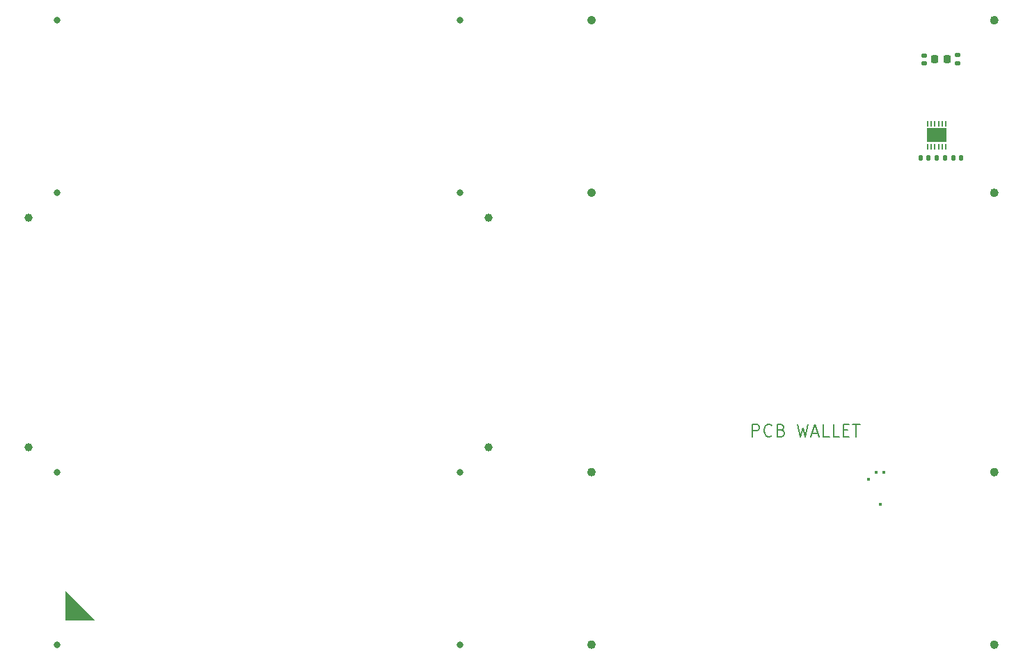
<source format=gbr>
%TF.GenerationSoftware,KiCad,Pcbnew,(6.0.0)*%
%TF.CreationDate,2022-08-13T20:29:40+02:00*%
%TF.ProjectId,PCBWallet,50434257-616c-46c6-9574-2e6b69636164,rev?*%
%TF.SameCoordinates,Original*%
%TF.FileFunction,Soldermask,Top*%
%TF.FilePolarity,Negative*%
%FSLAX46Y46*%
G04 Gerber Fmt 4.6, Leading zero omitted, Abs format (unit mm)*
G04 Created by KiCad (PCBNEW (6.0.0)) date 2022-08-13 20:29:40*
%MOMM*%
%LPD*%
G01*
G04 APERTURE LIST*
G04 Aperture macros list*
%AMRoundRect*
0 Rectangle with rounded corners*
0 $1 Rounding radius*
0 $2 $3 $4 $5 $6 $7 $8 $9 X,Y pos of 4 corners*
0 Add a 4 corners polygon primitive as box body*
4,1,4,$2,$3,$4,$5,$6,$7,$8,$9,$2,$3,0*
0 Add four circle primitives for the rounded corners*
1,1,$1+$1,$2,$3*
1,1,$1+$1,$4,$5*
1,1,$1+$1,$6,$7*
1,1,$1+$1,$8,$9*
0 Add four rect primitives between the rounded corners*
20,1,$1+$1,$2,$3,$4,$5,0*
20,1,$1+$1,$4,$5,$6,$7,0*
20,1,$1+$1,$6,$7,$8,$9,0*
20,1,$1+$1,$8,$9,$2,$3,0*%
G04 Aperture macros list end*
%ADD10C,0.200000*%
%ADD11C,0.550000*%
%ADD12C,0.100000*%
%ADD13C,0.400000*%
%ADD14R,2.380000X1.660000*%
%ADD15R,0.250000X0.700000*%
%ADD16RoundRect,0.135000X0.185000X-0.135000X0.185000X0.135000X-0.185000X0.135000X-0.185000X-0.135000X0*%
%ADD17RoundRect,0.218750X0.218750X0.256250X-0.218750X0.256250X-0.218750X-0.256250X0.218750X-0.256250X0*%
%ADD18RoundRect,0.140000X-0.140000X-0.170000X0.140000X-0.170000X0.140000X0.170000X-0.140000X0.170000X0*%
%ADD19RoundRect,0.140000X0.170000X-0.140000X0.170000X0.140000X-0.170000X0.140000X-0.170000X-0.140000X0*%
%ADD20C,1.000000*%
%ADD21C,0.800000*%
G04 APERTURE END LIST*
D10*
X188571428Y-104678571D02*
X188571428Y-103178571D01*
X189142857Y-103178571D01*
X189285714Y-103250000D01*
X189357142Y-103321428D01*
X189428571Y-103464285D01*
X189428571Y-103678571D01*
X189357142Y-103821428D01*
X189285714Y-103892857D01*
X189142857Y-103964285D01*
X188571428Y-103964285D01*
X190928571Y-104535714D02*
X190857142Y-104607142D01*
X190642857Y-104678571D01*
X190500000Y-104678571D01*
X190285714Y-104607142D01*
X190142857Y-104464285D01*
X190071428Y-104321428D01*
X190000000Y-104035714D01*
X190000000Y-103821428D01*
X190071428Y-103535714D01*
X190142857Y-103392857D01*
X190285714Y-103250000D01*
X190500000Y-103178571D01*
X190642857Y-103178571D01*
X190857142Y-103250000D01*
X190928571Y-103321428D01*
X192071428Y-103892857D02*
X192285714Y-103964285D01*
X192357142Y-104035714D01*
X192428571Y-104178571D01*
X192428571Y-104392857D01*
X192357142Y-104535714D01*
X192285714Y-104607142D01*
X192142857Y-104678571D01*
X191571428Y-104678571D01*
X191571428Y-103178571D01*
X192071428Y-103178571D01*
X192214285Y-103250000D01*
X192285714Y-103321428D01*
X192357142Y-103464285D01*
X192357142Y-103607142D01*
X192285714Y-103750000D01*
X192214285Y-103821428D01*
X192071428Y-103892857D01*
X191571428Y-103892857D01*
X194071428Y-103178571D02*
X194428571Y-104678571D01*
X194714285Y-103607142D01*
X195000000Y-104678571D01*
X195357142Y-103178571D01*
X195857142Y-104250000D02*
X196571428Y-104250000D01*
X195714285Y-104678571D02*
X196214285Y-103178571D01*
X196714285Y-104678571D01*
X197928571Y-104678571D02*
X197214285Y-104678571D01*
X197214285Y-103178571D01*
X199142857Y-104678571D02*
X198428571Y-104678571D01*
X198428571Y-103178571D01*
X199642857Y-103892857D02*
X200142857Y-103892857D01*
X200357142Y-104678571D02*
X199642857Y-104678571D01*
X199642857Y-103178571D01*
X200357142Y-103178571D01*
X200785714Y-103178571D02*
X201642857Y-103178571D01*
X201214285Y-104678571D02*
X201214285Y-103178571D01*
D11*
X218275000Y-75000000D02*
G75*
G03*
X218275000Y-75000000I-275000J0D01*
G01*
X218275000Y-54000000D02*
G75*
G03*
X218275000Y-54000000I-275000J0D01*
G01*
X169275000Y-54000000D02*
G75*
G03*
X169275000Y-54000000I-275000J0D01*
G01*
X169275000Y-75000000D02*
G75*
G03*
X169275000Y-75000000I-275000J0D01*
G01*
X218275000Y-109000000D02*
G75*
G03*
X218275000Y-109000000I-275000J0D01*
G01*
X218275000Y-130000000D02*
G75*
G03*
X218275000Y-130000000I-275000J0D01*
G01*
X169275000Y-130000000D02*
G75*
G03*
X169275000Y-130000000I-275000J0D01*
G01*
X169275000Y-109000000D02*
G75*
G03*
X169275000Y-109000000I-275000J0D01*
G01*
D12*
X108500000Y-127000000D02*
X105000000Y-127000000D01*
X105000000Y-127000000D02*
X105000000Y-123500000D01*
X105000000Y-123500000D02*
X108500000Y-127000000D01*
G36*
X108500000Y-127000000D02*
G01*
X105000000Y-127000000D01*
X105000000Y-123500000D01*
X108500000Y-127000000D01*
G37*
X108500000Y-127000000D02*
X105000000Y-127000000D01*
X105000000Y-123500000D01*
X108500000Y-127000000D01*
D13*
%TO.C,AE1*%
X203600000Y-109000000D03*
X204600000Y-109000000D03*
X202700000Y-109900025D03*
X204100000Y-112900000D03*
%TD*%
D14*
%TO.C,U1*%
X211000000Y-68000000D03*
D15*
X209875000Y-66600000D03*
X210325000Y-66600000D03*
X210775000Y-66600000D03*
X211225000Y-66600000D03*
X211675000Y-66600000D03*
X212125000Y-66600000D03*
X212125000Y-69400000D03*
X211675000Y-69400000D03*
X211225000Y-69400000D03*
X210775000Y-69400000D03*
X210325000Y-69400000D03*
X209875000Y-69400000D03*
%TD*%
D16*
%TO.C,R1*%
X213500000Y-58250000D03*
X213500000Y-59270000D03*
%TD*%
D17*
%TO.C,D1*%
X210712500Y-58750000D03*
X212287500Y-58750000D03*
%TD*%
D18*
%TO.C,C4*%
X213980000Y-70750000D03*
X213020000Y-70750000D03*
%TD*%
%TO.C,C3*%
X211980000Y-70750000D03*
X211020000Y-70750000D03*
%TD*%
D19*
%TO.C,C2*%
X209500000Y-58270000D03*
X209500000Y-59230000D03*
%TD*%
D18*
%TO.C,C1*%
X209980000Y-70750000D03*
X209020000Y-70750000D03*
%TD*%
D20*
X156500000Y-78000000D03*
X100500000Y-78000000D03*
X100500000Y-106000000D03*
X156500000Y-106000000D03*
D21*
X153000000Y-54000000D03*
X104000000Y-54000000D03*
X153000000Y-75000000D03*
X104000000Y-75000000D03*
X104000000Y-130000000D03*
X104000000Y-109000000D03*
X153000000Y-109000000D03*
X153000000Y-130000000D03*
M02*

</source>
